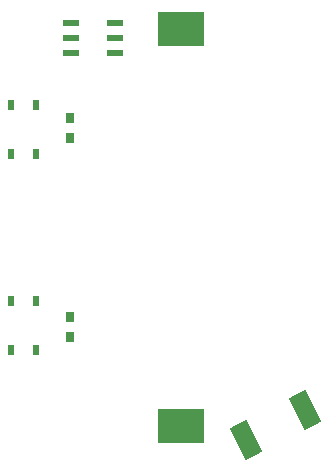
<source format=gbr>
G04 DipTrace 3.2.0.1*
G04 Âåðõíÿÿï.ìàñêà.gbr*
%MOMM*%
G04 #@! TF.FileFunction,Paste,Top*
G04 #@! TF.Part,Single*
%AMOUTLINE2*
4,1,4,
-0.02976,-1.69975,
-1.39498,0.97163,
0.02976,1.69975,
1.39498,-0.97163,
-0.02976,-1.69975,
0*%
%AMOUTLINE5*
4,1,4,
0.64971,-0.27569,
0.65032,0.27431,
-0.64971,0.27569,
-0.65032,-0.27431,
0.64971,-0.27569,
0*%
%ADD48R,0.5X0.9*%
%ADD50R,4.0X3.0*%
%ADD56R,0.8X0.9*%
%ADD68OUTLINE2*%
%ADD71OUTLINE5*%
%FSLAX35Y35*%
G04*
G71*
G90*
G75*
G01*
G04 TopPaste*
%LPD*%
D68*
X553317Y-1796783D3*
X1051970Y-1541943D3*
D71*
X-928763Y1474780D3*
X-928623Y1601783D3*
X-928487Y1728783D3*
X-551760Y1474373D3*
X-551623Y1601370D3*
X-551487Y1728373D3*
D56*
X-940000Y755000D3*
Y925000D3*
Y-925000D3*
Y-755000D3*
D50*
X0Y1681000D3*
Y-1681000D3*
D48*
X-1222500Y1037500D3*
X-1437500D3*
X-1222500Y622500D3*
X-1437500D3*
X-1222500Y-622500D3*
X-1437500D3*
X-1222500Y-1037500D3*
X-1437500D3*
M02*

</source>
